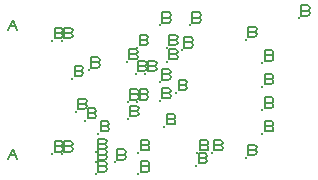
<source format=gbr>
G04 GENERATED BY PULSONIX 7.0 GERBER.DLL 4573*
%INI2C_TO_USB_BRIDGE_V1_0_2*%
%LNGERBER_DRILL*%
%FSLAX33Y33*%
%IPPOS*%
%LPD*%
%OFA0B0*%
%MOMM*%
%ADD146C,0.250*%
%ADD345C,0.150*%
X0Y0D02*
D02*
D146*
X121753Y121128D03*
Y130727D03*
X122553Y121128D03*
Y130727D03*
X123453Y127528D03*
X123753Y124728D03*
X124553Y123928D03*
X124853Y128227D03*
X125453Y119428D03*
Y120428D03*
Y121328D03*
X125653Y122828D03*
X127053Y120428D03*
X128053Y128928D03*
X128153Y124128D03*
Y125528D03*
X128853Y127928D03*
X128953Y125528D03*
Y130128D03*
X129053Y119428D03*
Y121228D03*
X129653Y127928D03*
X130853Y125628D03*
Y127228D03*
X130888Y132028D03*
X131253Y123428D03*
X131453Y128928D03*
Y130128D03*
X132253Y126328D03*
X132753Y129928D03*
X133428Y132028D03*
X133953Y120128D03*
X134053Y121228D03*
X135253D03*
X138153Y120828D03*
Y130827D03*
X139553Y122828D03*
Y124828D03*
Y126828D03*
Y128827D03*
X142653Y132628D03*
D02*
D345*
X118053Y120698D02*
X118421Y121580D01*
X118788Y120698*
X118200Y121066D02*
X118641Y121066D01*
X118053Y131598D02*
X118421Y132480D01*
X118788Y131598*
X118200Y131966D02*
X118641Y131966D01*
X122468Y121789D02*
X122615Y121716D01*
X122688Y121569*
X122615Y121422*
X122468Y121348*
X121953*
Y122230*
X122468*
X122615Y122157*
X122688Y122010*
X122615Y121863*
X122468Y121789*
X121953*
X122468Y131389D02*
X122615Y131316D01*
X122688Y131169*
X122615Y131022*
X122468Y130948*
X121953*
Y131830*
X122468*
X122615Y131757*
X122688Y131610*
X122615Y131463*
X122468Y131389*
X121953*
X123268Y121789D02*
X123415Y121716D01*
X123488Y121569*
X123415Y121422*
X123268Y121348*
X122753*
Y122230*
X123268*
X123415Y122157*
X123488Y122010*
X123415Y121863*
X123268Y121789*
X122753*
X123268Y131389D02*
X123415Y131316D01*
X123488Y131169*
X123415Y131022*
X123268Y130948*
X122753*
Y131830*
X123268*
X123415Y131757*
X123488Y131610*
X123415Y131463*
X123268Y131389*
X122753*
X124168Y128189D02*
X124315Y128116D01*
X124388Y127969*
X124315Y127822*
X124168Y127748*
X123653*
Y128630*
X124168*
X124315Y128557*
X124388Y128410*
X124315Y128263*
X124168Y128189*
X123653*
X124468Y125389D02*
X124615Y125316D01*
X124688Y125169*
X124615Y125022*
X124468Y124948*
X123953*
Y125830*
X124468*
X124615Y125757*
X124688Y125610*
X124615Y125463*
X124468Y125389*
X123953*
X125268Y124589D02*
X125415Y124516D01*
X125488Y124369*
X125415Y124222*
X125268Y124148*
X124753*
Y125030*
X125268*
X125415Y124957*
X125488Y124810*
X125415Y124663*
X125268Y124589*
X124753*
X125568Y128889D02*
X125715Y128816D01*
X125788Y128669*
X125715Y128522*
X125568Y128448*
X125053*
Y129330*
X125568*
X125715Y129257*
X125788Y129110*
X125715Y128963*
X125568Y128889*
X125053*
X126168Y120089D02*
X126315Y120016D01*
X126388Y119869*
X126315Y119722*
X126168Y119648*
X125653*
Y120530*
X126168*
X126315Y120457*
X126388Y120310*
X126315Y120163*
X126168Y120089*
X125653*
X126168Y121089D02*
X126315Y121016D01*
X126388Y120869*
X126315Y120722*
X126168Y120648*
X125653*
Y121530*
X126168*
X126315Y121457*
X126388Y121310*
X126315Y121163*
X126168Y121089*
X125653*
X126168Y121989D02*
X126315Y121916D01*
X126388Y121769*
X126315Y121622*
X126168Y121548*
X125653*
Y122430*
X126168*
X126315Y122357*
X126388Y122210*
X126315Y122063*
X126168Y121989*
X125653*
X126368Y123489D02*
X126515Y123416D01*
X126588Y123269*
X126515Y123122*
X126368Y123048*
X125853*
Y123930*
X126368*
X126515Y123857*
X126588Y123710*
X126515Y123563*
X126368Y123489*
X125853*
X127768Y121089D02*
X127915Y121016D01*
X127988Y120869*
X127915Y120722*
X127768Y120648*
X127253*
Y121530*
X127768*
X127915Y121457*
X127988Y121310*
X127915Y121163*
X127768Y121089*
X127253*
X128768Y129589D02*
X128915Y129516D01*
X128988Y129369*
X128915Y129222*
X128768Y129148*
X128253*
Y130030*
X128768*
X128915Y129957*
X128988Y129810*
X128915Y129663*
X128768Y129589*
X128253*
X128868Y124789D02*
X129015Y124716D01*
X129088Y124569*
X129015Y124422*
X128868Y124348*
X128353*
Y125230*
X128868*
X129015Y125157*
X129088Y125010*
X129015Y124863*
X128868Y124789*
X128353*
X128868Y126189D02*
X129015Y126116D01*
X129088Y125969*
X129015Y125822*
X128868Y125748*
X128353*
Y126630*
X128868*
X129015Y126557*
X129088Y126410*
X129015Y126263*
X128868Y126189*
X128353*
X129568Y128589D02*
X129715Y128516D01*
X129788Y128369*
X129715Y128222*
X129568Y128148*
X129053*
Y129030*
X129568*
X129715Y128957*
X129788Y128810*
X129715Y128663*
X129568Y128589*
X129053*
X129668Y126189D02*
X129815Y126116D01*
X129888Y125969*
X129815Y125822*
X129668Y125748*
X129153*
Y126630*
X129668*
X129815Y126557*
X129888Y126410*
X129815Y126263*
X129668Y126189*
X129153*
X129668Y130789D02*
X129815Y130716D01*
X129888Y130569*
X129815Y130422*
X129668Y130348*
X129153*
Y131230*
X129668*
X129815Y131157*
X129888Y131010*
X129815Y130863*
X129668Y130789*
X129153*
X129768Y120089D02*
X129915Y120016D01*
X129988Y119869*
X129915Y119722*
X129768Y119648*
X129253*
Y120530*
X129768*
X129915Y120457*
X129988Y120310*
X129915Y120163*
X129768Y120089*
X129253*
X129768Y121889D02*
X129915Y121816D01*
X129988Y121669*
X129915Y121522*
X129768Y121448*
X129253*
Y122330*
X129768*
X129915Y122257*
X129988Y122110*
X129915Y121963*
X129768Y121889*
X129253*
X130368Y128589D02*
X130515Y128516D01*
X130588Y128369*
X130515Y128222*
X130368Y128148*
X129853*
Y129030*
X130368*
X130515Y128957*
X130588Y128810*
X130515Y128663*
X130368Y128589*
X129853*
X131568Y126289D02*
X131715Y126216D01*
X131788Y126069*
X131715Y125922*
X131568Y125848*
X131053*
Y126730*
X131568*
X131715Y126657*
X131788Y126510*
X131715Y126363*
X131568Y126289*
X131053*
X131568Y127889D02*
X131715Y127816D01*
X131788Y127669*
X131715Y127522*
X131568Y127448*
X131053*
Y128330*
X131568*
X131715Y128257*
X131788Y128110*
X131715Y127963*
X131568Y127889*
X131053*
X131603Y132689D02*
X131750Y132616D01*
X131823Y132469*
X131750Y132322*
X131603Y132248*
X131088*
Y133130*
X131603*
X131750Y133057*
X131823Y132910*
X131750Y132763*
X131603Y132689*
X131088*
X131968Y124089D02*
X132115Y124016D01*
X132188Y123869*
X132115Y123722*
X131968Y123648*
X131453*
Y124530*
X131968*
X132115Y124457*
X132188Y124310*
X132115Y124163*
X131968Y124089*
X131453*
X132168Y129589D02*
X132315Y129516D01*
X132388Y129369*
X132315Y129222*
X132168Y129148*
X131653*
Y130030*
X132168*
X132315Y129957*
X132388Y129810*
X132315Y129663*
X132168Y129589*
X131653*
X132168Y130789D02*
X132315Y130716D01*
X132388Y130569*
X132315Y130422*
X132168Y130348*
X131653*
Y131230*
X132168*
X132315Y131157*
X132388Y131010*
X132315Y130863*
X132168Y130789*
X131653*
X132968Y126989D02*
X133115Y126916D01*
X133188Y126769*
X133115Y126622*
X132968Y126548*
X132453*
Y127430*
X132968*
X133115Y127357*
X133188Y127210*
X133115Y127063*
X132968Y126989*
X132453*
X133468Y130589D02*
X133615Y130516D01*
X133688Y130369*
X133615Y130222*
X133468Y130148*
X132953*
Y131030*
X133468*
X133615Y130957*
X133688Y130810*
X133615Y130663*
X133468Y130589*
X132953*
X134143Y132689D02*
X134290Y132616D01*
X134363Y132469*
X134290Y132322*
X134143Y132248*
X133628*
Y133130*
X134143*
X134290Y133057*
X134363Y132910*
X134290Y132763*
X134143Y132689*
X133628*
X134668Y120789D02*
X134815Y120716D01*
X134888Y120569*
X134815Y120422*
X134668Y120348*
X134153*
Y121230*
X134668*
X134815Y121157*
X134888Y121010*
X134815Y120863*
X134668Y120789*
X134153*
X134768Y121889D02*
X134915Y121816D01*
X134988Y121669*
X134915Y121522*
X134768Y121448*
X134253*
Y122330*
X134768*
X134915Y122257*
X134988Y122110*
X134915Y121963*
X134768Y121889*
X134253*
X135968D02*
X136115Y121816D01*
X136188Y121669*
X136115Y121522*
X135968Y121448*
X135453*
Y122330*
X135968*
X136115Y122257*
X136188Y122110*
X136115Y121963*
X135968Y121889*
X135453*
X138868Y121489D02*
X139015Y121416D01*
X139088Y121269*
X139015Y121122*
X138868Y121048*
X138353*
Y121930*
X138868*
X139015Y121857*
X139088Y121710*
X139015Y121563*
X138868Y121489*
X138353*
X138868Y131489D02*
X139015Y131416D01*
X139088Y131269*
X139015Y131122*
X138868Y131048*
X138353*
Y131930*
X138868*
X139015Y131857*
X139088Y131710*
X139015Y131563*
X138868Y131489*
X138353*
X140268Y123489D02*
X140415Y123416D01*
X140488Y123269*
X140415Y123122*
X140268Y123048*
X139753*
Y123930*
X140268*
X140415Y123857*
X140488Y123710*
X140415Y123563*
X140268Y123489*
X139753*
X140268Y125489D02*
X140415Y125416D01*
X140488Y125269*
X140415Y125122*
X140268Y125048*
X139753*
Y125930*
X140268*
X140415Y125857*
X140488Y125710*
X140415Y125563*
X140268Y125489*
X139753*
X140268Y127489D02*
X140415Y127416D01*
X140488Y127269*
X140415Y127122*
X140268Y127048*
X139753*
Y127930*
X140268*
X140415Y127857*
X140488Y127710*
X140415Y127563*
X140268Y127489*
X139753*
X140268Y129489D02*
X140415Y129416D01*
X140488Y129269*
X140415Y129122*
X140268Y129048*
X139753*
Y129930*
X140268*
X140415Y129857*
X140488Y129710*
X140415Y129563*
X140268Y129489*
X139753*
X143368Y133289D02*
X143515Y133216D01*
X143588Y133069*
X143515Y132922*
X143368Y132848*
X142853*
Y133730*
X143368*
X143515Y133657*
X143588Y133510*
X143515Y133363*
X143368Y133289*
X142853*
X0Y0D02*
M02*

</source>
